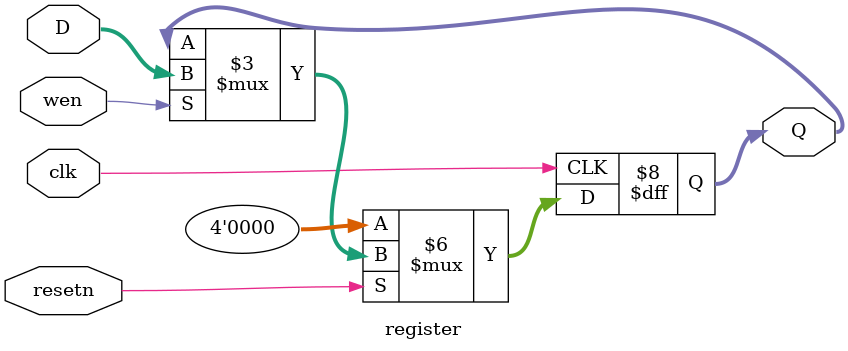
<source format=sv>
module register#(
    parameter n = 4
)(
    input logic clk,
    input logic resetn,
    input logic wen,
    input logic [n-1:0]D,
    output logic [n-1:0]Q
);

    always_ff @(posedge clk)
    begin 
        if(~resetn) Q <= 0;
        else if(wen) Q <= D;
    end
endmodule : register
</source>
